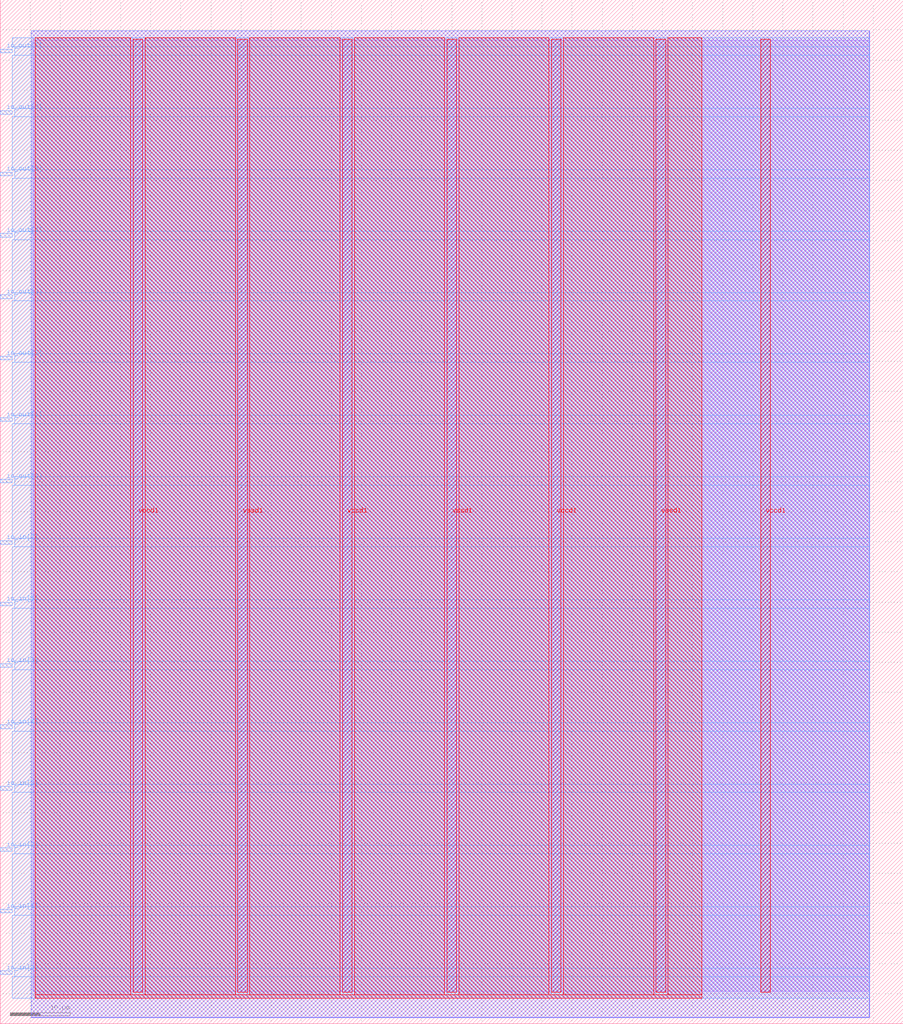
<source format=lef>
VERSION 5.7 ;
  NOWIREEXTENSIONATPIN ON ;
  DIVIDERCHAR "/" ;
  BUSBITCHARS "[]" ;
MACRO option22
  CLASS BLOCK ;
  FOREIGN option22 ;
  ORIGIN 0.000 0.000 ;
  SIZE 150.000 BY 170.000 ;
  PIN io_in[0]
    DIRECTION INPUT ;
    USE SIGNAL ;
    PORT
      LAYER met3 ;
        RECT 0.000 8.200 2.000 8.800 ;
    END
  END io_in[0]
  PIN io_in[1]
    DIRECTION INPUT ;
    USE SIGNAL ;
    PORT
      LAYER met3 ;
        RECT 0.000 18.400 2.000 19.000 ;
    END
  END io_in[1]
  PIN io_in[2]
    DIRECTION INPUT ;
    USE SIGNAL ;
    PORT
      LAYER met3 ;
        RECT 0.000 28.600 2.000 29.200 ;
    END
  END io_in[2]
  PIN io_in[3]
    DIRECTION INPUT ;
    USE SIGNAL ;
    PORT
      LAYER met3 ;
        RECT 0.000 38.800 2.000 39.400 ;
    END
  END io_in[3]
  PIN io_in[4]
    DIRECTION INPUT ;
    USE SIGNAL ;
    PORT
      LAYER met3 ;
        RECT 0.000 49.000 2.000 49.600 ;
    END
  END io_in[4]
  PIN io_in[5]
    DIRECTION INPUT ;
    USE SIGNAL ;
    PORT
      LAYER met3 ;
        RECT 0.000 59.200 2.000 59.800 ;
    END
  END io_in[5]
  PIN io_in[6]
    DIRECTION INPUT ;
    USE SIGNAL ;
    PORT
      LAYER met3 ;
        RECT 0.000 69.400 2.000 70.000 ;
    END
  END io_in[6]
  PIN io_in[7]
    DIRECTION INPUT ;
    USE SIGNAL ;
    PORT
      LAYER met3 ;
        RECT 0.000 79.600 2.000 80.200 ;
    END
  END io_in[7]
  PIN io_out[0]
    DIRECTION OUTPUT TRISTATE ;
    USE SIGNAL ;
    PORT
      LAYER met3 ;
        RECT 0.000 89.800 2.000 90.400 ;
    END
  END io_out[0]
  PIN io_out[1]
    DIRECTION OUTPUT TRISTATE ;
    USE SIGNAL ;
    PORT
      LAYER met3 ;
        RECT 0.000 100.000 2.000 100.600 ;
    END
  END io_out[1]
  PIN io_out[2]
    DIRECTION OUTPUT TRISTATE ;
    USE SIGNAL ;
    PORT
      LAYER met3 ;
        RECT 0.000 110.200 2.000 110.800 ;
    END
  END io_out[2]
  PIN io_out[3]
    DIRECTION OUTPUT TRISTATE ;
    USE SIGNAL ;
    PORT
      LAYER met3 ;
        RECT 0.000 120.400 2.000 121.000 ;
    END
  END io_out[3]
  PIN io_out[4]
    DIRECTION OUTPUT TRISTATE ;
    USE SIGNAL ;
    PORT
      LAYER met3 ;
        RECT 0.000 130.600 2.000 131.200 ;
    END
  END io_out[4]
  PIN io_out[5]
    DIRECTION OUTPUT TRISTATE ;
    USE SIGNAL ;
    PORT
      LAYER met3 ;
        RECT 0.000 140.800 2.000 141.400 ;
    END
  END io_out[5]
  PIN io_out[6]
    DIRECTION OUTPUT TRISTATE ;
    USE SIGNAL ;
    PORT
      LAYER met3 ;
        RECT 0.000 151.000 2.000 151.600 ;
    END
  END io_out[6]
  PIN io_out[7]
    DIRECTION OUTPUT TRISTATE ;
    USE SIGNAL ;
    PORT
      LAYER met3 ;
        RECT 0.000 161.200 2.000 161.800 ;
    END
  END io_out[7]
  PIN vccd1
    DIRECTION INOUT ;
    USE POWER ;
    PORT
      LAYER met4 ;
        RECT 22.090 5.200 23.690 163.440 ;
    END
    PORT
      LAYER met4 ;
        RECT 56.830 5.200 58.430 163.440 ;
    END
    PORT
      LAYER met4 ;
        RECT 91.570 5.200 93.170 163.440 ;
    END
    PORT
      LAYER met4 ;
        RECT 126.310 5.200 127.910 163.440 ;
    END
  END vccd1
  PIN vssd1
    DIRECTION INOUT ;
    USE GROUND ;
    PORT
      LAYER met4 ;
        RECT 39.460 5.200 41.060 163.440 ;
    END
    PORT
      LAYER met4 ;
        RECT 74.200 5.200 75.800 163.440 ;
    END
    PORT
      LAYER met4 ;
        RECT 108.940 5.200 110.540 163.440 ;
    END
  END vssd1
  OBS
      LAYER li1 ;
        RECT 5.520 5.355 144.440 163.285 ;
      LAYER met1 ;
        RECT 5.130 1.060 144.440 164.860 ;
      LAYER met2 ;
        RECT 5.160 1.030 144.350 164.890 ;
      LAYER met3 ;
        RECT 2.000 162.200 144.375 163.705 ;
        RECT 2.400 160.800 144.375 162.200 ;
        RECT 2.000 152.000 144.375 160.800 ;
        RECT 2.400 150.600 144.375 152.000 ;
        RECT 2.000 141.800 144.375 150.600 ;
        RECT 2.400 140.400 144.375 141.800 ;
        RECT 2.000 131.600 144.375 140.400 ;
        RECT 2.400 130.200 144.375 131.600 ;
        RECT 2.000 121.400 144.375 130.200 ;
        RECT 2.400 120.000 144.375 121.400 ;
        RECT 2.000 111.200 144.375 120.000 ;
        RECT 2.400 109.800 144.375 111.200 ;
        RECT 2.000 101.000 144.375 109.800 ;
        RECT 2.400 99.600 144.375 101.000 ;
        RECT 2.000 90.800 144.375 99.600 ;
        RECT 2.400 89.400 144.375 90.800 ;
        RECT 2.000 80.600 144.375 89.400 ;
        RECT 2.400 79.200 144.375 80.600 ;
        RECT 2.000 70.400 144.375 79.200 ;
        RECT 2.400 69.000 144.375 70.400 ;
        RECT 2.000 60.200 144.375 69.000 ;
        RECT 2.400 58.800 144.375 60.200 ;
        RECT 2.000 50.000 144.375 58.800 ;
        RECT 2.400 48.600 144.375 50.000 ;
        RECT 2.000 39.800 144.375 48.600 ;
        RECT 2.400 38.400 144.375 39.800 ;
        RECT 2.000 29.600 144.375 38.400 ;
        RECT 2.400 28.200 144.375 29.600 ;
        RECT 2.000 19.400 144.375 28.200 ;
        RECT 2.400 18.000 144.375 19.400 ;
        RECT 2.000 9.200 144.375 18.000 ;
        RECT 2.400 7.800 144.375 9.200 ;
        RECT 2.000 4.255 144.375 7.800 ;
      LAYER met4 ;
        RECT 5.815 4.800 21.690 163.705 ;
        RECT 24.090 4.800 39.060 163.705 ;
        RECT 41.460 4.800 56.430 163.705 ;
        RECT 58.830 4.800 73.800 163.705 ;
        RECT 76.200 4.800 91.170 163.705 ;
        RECT 93.570 4.800 108.540 163.705 ;
        RECT 110.940 4.800 116.545 163.705 ;
        RECT 5.815 4.255 116.545 4.800 ;
  END
END option22
END LIBRARY


</source>
